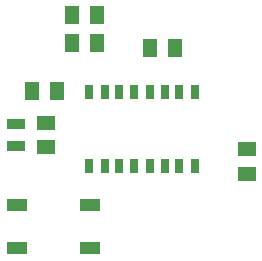
<source format=gbr>
G04 #@! TF.GenerationSoftware,KiCad,Pcbnew,5.1.0-unknown-ee14da3~82~ubuntu16.04.1*
G04 #@! TF.CreationDate,2019-04-08T19:12:28+02:00*
G04 #@! TF.ProjectId,UsbAmpel,55736241-6d70-4656-9c2e-6b696361645f,rev?*
G04 #@! TF.SameCoordinates,Original*
G04 #@! TF.FileFunction,Paste,Top*
G04 #@! TF.FilePolarity,Positive*
%FSLAX46Y46*%
G04 Gerber Fmt 4.6, Leading zero omitted, Abs format (unit mm)*
G04 Created by KiCad (PCBNEW 5.1.0-unknown-ee14da3~82~ubuntu16.04.1) date 2019-04-08 19:12:28*
%MOMM*%
%LPD*%
G04 APERTURE LIST*
%ADD10R,1.145000X1.500000*%
%ADD11R,1.800000X1.100000*%
%ADD12R,0.800000X1.300000*%
%ADD13R,1.500000X1.145000*%
%ADD14R,1.500000X0.970000*%
G04 APERTURE END LIST*
D10*
X190955000Y-100711000D03*
X193040000Y-100711000D03*
X190955000Y-98298000D03*
X193040000Y-98298000D03*
D11*
X192457000Y-118055000D03*
X186257000Y-118055000D03*
X192457000Y-114355000D03*
X186257000Y-114355000D03*
D12*
X192400000Y-104800000D03*
X193680000Y-104800000D03*
X194940000Y-104800000D03*
X196210000Y-104800000D03*
X197490000Y-104800000D03*
X198760000Y-104800000D03*
X200020000Y-104800000D03*
X201300000Y-104800000D03*
X201300000Y-111100000D03*
X200020000Y-111100000D03*
X198760000Y-111100000D03*
X197490000Y-111100000D03*
X196210000Y-111100000D03*
X194940000Y-111100000D03*
X193680000Y-111100000D03*
X192400000Y-111100000D03*
D13*
X188722000Y-107415500D03*
X188722000Y-109500500D03*
D10*
X197559000Y-101092000D03*
X199644000Y-101092000D03*
D14*
X186182000Y-109413000D03*
X186182000Y-107503000D03*
D13*
X205740000Y-111760000D03*
X205740000Y-109675000D03*
D10*
X187552500Y-104775000D03*
X189637500Y-104775000D03*
M02*

</source>
